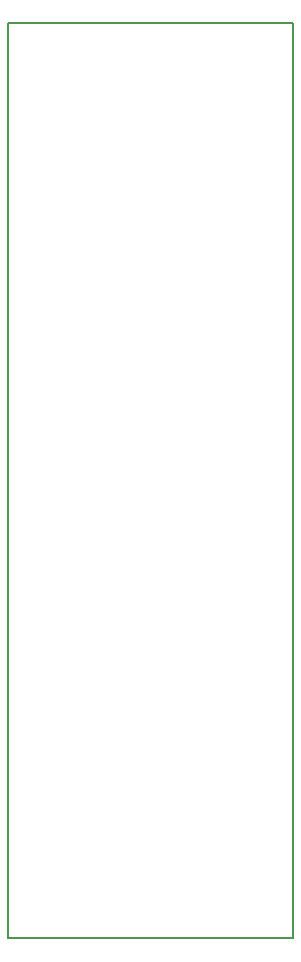
<source format=gbr>
G04 #@! TF.FileFunction,Profile,NP*
%FSLAX46Y46*%
G04 Gerber Fmt 4.6, Leading zero omitted, Abs format (unit mm)*
G04 Created by KiCad (PCBNEW 4.0.6+dfsg1-1) date Tue Oct 24 14:23:59 2017*
%MOMM*%
%LPD*%
G01*
G04 APERTURE LIST*
%ADD10C,0.050000*%
%ADD11C,0.150000*%
G04 APERTURE END LIST*
D10*
D11*
X152400000Y-165100000D02*
X152400000Y-87630000D01*
X128270000Y-165100000D02*
X152400000Y-165100000D01*
X128270000Y-87630000D02*
X128270000Y-165100000D01*
X152400000Y-87630000D02*
X128270000Y-87630000D01*
M02*

</source>
